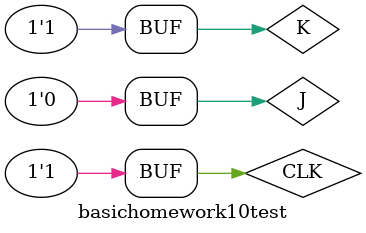
<source format=v>
`timescale 1ns / 1ps


module basichomework10test;

	// Inputs
	reg CLK;
	reg J;
	reg K;

	// Outputs
	wire QN;
	wire QNF;

	// Instantiate the Unit Under Test (UUT)
	basichomework10 uut (
		.CLK(CLK), 
		.J(J), 
		.K(K), 
		.QN(QN), 
		.QNF(QNF)
	);

	initial begin
		// Initialize Inputs
		CLK = 0;
		J = 0;
		K = 0;

		// Wait 100 ns for global reset to finish
		#100;
        
		// Add stimulus here
		#100;
		J<=0;K<=1;
		CLK<=1;
		
		#100;
		CLK<=0;
		J<=1;K<=1;
		
		#100;
		CLK<=1;
		
		#100;
		CLK=0;
		J<=0;K<=1;
		
		#100;
		CLK=1;
		
	end
      
endmodule


</source>
